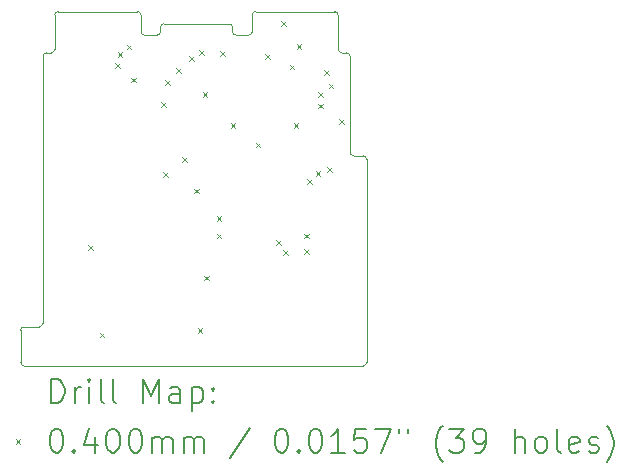
<source format=gbr>
%TF.GenerationSoftware,KiCad,Pcbnew,8.0.7-1.fc41*%
%TF.CreationDate,2025-01-19T14:38:01-06:00*%
%TF.ProjectId,Expansion_Card,45787061-6e73-4696-9f6e-5f436172642e,X1*%
%TF.SameCoordinates,Original*%
%TF.FileFunction,Drillmap*%
%TF.FilePolarity,Positive*%
%FSLAX45Y45*%
G04 Gerber Fmt 4.5, Leading zero omitted, Abs format (unit mm)*
G04 Created by KiCad (PCBNEW 8.0.7-1.fc41) date 2025-01-19 14:38:01*
%MOMM*%
%LPD*%
G01*
G04 APERTURE LIST*
%ADD10C,0.050000*%
%ADD11C,0.200000*%
%ADD12C,0.100000*%
G04 APERTURE END LIST*
D10*
X15300000Y-13080000D02*
X15300000Y-13890000D01*
X12541213Y-15700000D02*
X15270000Y-15700000D01*
X14470000Y-12870000D02*
G75*
G02*
X14440000Y-12900000I-30000J0D01*
G01*
X13500000Y-12700000D02*
G75*
G02*
X13530000Y-12730000I0J-30000D01*
G01*
X14470000Y-12870000D02*
X14470000Y-12730000D01*
X14470000Y-12730000D02*
G75*
G02*
X14500000Y-12700000I30000J0D01*
G01*
X13500000Y-12700000D02*
X12830000Y-12700000D01*
X14500000Y-12700000D02*
X15170000Y-12700000D01*
X12541213Y-15700000D02*
G75*
G02*
X12511210Y-15670000I-3J30000D01*
G01*
X14430000Y-12900000D02*
X14440000Y-12900000D01*
X12800000Y-12730000D02*
G75*
G02*
X12830000Y-12700000I30000J0D01*
G01*
X12800000Y-13020000D02*
X12800000Y-12730000D01*
X12800000Y-13020000D02*
G75*
G02*
X12770000Y-13050000I-30000J0D01*
G01*
X12700000Y-13080000D02*
G75*
G02*
X12730000Y-13050000I30000J0D01*
G01*
X12730000Y-13050000D02*
X12770000Y-13050000D01*
X15200000Y-13020000D02*
X15200000Y-12730000D01*
X15270000Y-13050000D02*
G75*
G02*
X15300000Y-13080000I0J-30000D01*
G01*
X15230000Y-13050000D02*
G75*
G02*
X15200000Y-13020000I0J30000D01*
G01*
X15230000Y-13050000D02*
X15270000Y-13050000D01*
X13560000Y-12900000D02*
G75*
G02*
X13530000Y-12870000I0J30000D01*
G01*
X15410000Y-13920000D02*
X15330000Y-13920000D01*
X15410000Y-13920000D02*
G75*
G02*
X15440000Y-13950000I0J-30000D01*
G01*
X12700000Y-13080000D02*
X12700000Y-15340000D01*
X13560000Y-12900000D02*
X13570000Y-12900000D01*
X12541213Y-15370000D02*
X12670000Y-15370000D01*
X15170000Y-12700000D02*
G75*
G02*
X15200000Y-12730000I0J-30000D01*
G01*
X15440000Y-15670000D02*
G75*
G02*
X15410000Y-15700000I-30000J0D01*
G01*
X12511213Y-15400000D02*
G75*
G02*
X12541213Y-15370003I29997J0D01*
G01*
X13530000Y-12870000D02*
X13530000Y-12730000D01*
X15270000Y-15700000D02*
X15410000Y-15700000D01*
X15330000Y-13920000D02*
G75*
G02*
X15300000Y-13890000I0J30000D01*
G01*
X15440000Y-15670000D02*
X15440000Y-13950000D01*
X12511213Y-15670000D02*
X12511213Y-15400000D01*
X12700000Y-15340000D02*
G75*
G02*
X12670000Y-15370000I-30000J0D01*
G01*
X13665000Y-12900000D02*
X13570000Y-12900000D01*
X13695000Y-12834000D02*
X13695000Y-12870000D01*
X13725000Y-12804000D02*
X14275000Y-12804000D01*
X14305000Y-12834000D02*
X14305000Y-12870000D01*
X14335000Y-12900000D02*
X14430000Y-12900000D01*
X13695000Y-12834000D02*
G75*
G02*
X13725000Y-12804000I30000J0D01*
G01*
X13695000Y-12870000D02*
G75*
G02*
X13665000Y-12900000I-30000J0D01*
G01*
X14275000Y-12804000D02*
G75*
G02*
X14305000Y-12834000I0J-30000D01*
G01*
X14335000Y-12900000D02*
G75*
G02*
X14305000Y-12870000I0J30000D01*
G01*
D11*
D12*
X13080000Y-14680000D02*
X13120000Y-14720000D01*
X13120000Y-14680000D02*
X13080000Y-14720000D01*
X13180000Y-15420000D02*
X13220000Y-15460000D01*
X13220000Y-15420000D02*
X13180000Y-15460000D01*
X13310000Y-13140000D02*
X13350000Y-13180000D01*
X13350000Y-13140000D02*
X13310000Y-13180000D01*
X13331875Y-13042422D02*
X13371875Y-13082422D01*
X13371875Y-13042422D02*
X13331875Y-13082422D01*
X13410000Y-12980000D02*
X13450000Y-13020000D01*
X13450000Y-12980000D02*
X13410000Y-13020000D01*
X13450000Y-13260000D02*
X13490000Y-13300000D01*
X13490000Y-13260000D02*
X13450000Y-13300000D01*
X13700000Y-13470000D02*
X13740000Y-13510000D01*
X13740000Y-13470000D02*
X13700000Y-13510000D01*
X13720000Y-14060000D02*
X13760000Y-14100000D01*
X13760000Y-14060000D02*
X13720000Y-14100000D01*
X13733251Y-13278880D02*
X13773251Y-13318880D01*
X13773251Y-13278880D02*
X13733251Y-13318880D01*
X13827249Y-13181620D02*
X13867249Y-13221620D01*
X13867249Y-13181620D02*
X13827249Y-13221620D01*
X13880000Y-13930000D02*
X13920000Y-13970000D01*
X13920000Y-13930000D02*
X13880000Y-13970000D01*
X13940000Y-13080000D02*
X13980000Y-13120000D01*
X13980000Y-13080000D02*
X13940000Y-13120000D01*
X13979863Y-14199863D02*
X14019863Y-14239863D01*
X14019863Y-14199863D02*
X13979863Y-14239863D01*
X14010000Y-15380000D02*
X14050000Y-15420000D01*
X14050000Y-15380000D02*
X14010000Y-15420000D01*
X14025776Y-13028595D02*
X14065776Y-13068595D01*
X14065776Y-13028595D02*
X14025776Y-13068595D01*
X14051854Y-13384714D02*
X14091854Y-13424714D01*
X14091854Y-13384714D02*
X14051854Y-13424714D01*
X14067185Y-14937185D02*
X14107185Y-14977185D01*
X14107185Y-14937185D02*
X14067185Y-14977185D01*
X14170000Y-14430000D02*
X14210000Y-14470000D01*
X14210000Y-14430000D02*
X14170000Y-14470000D01*
X14170000Y-14580000D02*
X14210000Y-14620000D01*
X14210000Y-14580000D02*
X14170000Y-14620000D01*
X14200000Y-13037620D02*
X14240000Y-13077620D01*
X14240000Y-13037620D02*
X14200000Y-13077620D01*
X14288809Y-13646820D02*
X14328809Y-13686820D01*
X14328809Y-13646820D02*
X14288809Y-13686820D01*
X14500000Y-13810000D02*
X14540000Y-13850000D01*
X14540000Y-13810000D02*
X14500000Y-13850000D01*
X14580000Y-13060000D02*
X14620000Y-13100000D01*
X14620000Y-13060000D02*
X14580000Y-13100000D01*
X14677328Y-14637328D02*
X14717328Y-14677328D01*
X14717328Y-14637328D02*
X14677328Y-14677328D01*
X14720000Y-12780000D02*
X14760000Y-12820000D01*
X14760000Y-12780000D02*
X14720000Y-12820000D01*
X14731061Y-14721665D02*
X14771061Y-14761665D01*
X14771061Y-14721665D02*
X14731061Y-14761665D01*
X14790000Y-13150000D02*
X14830000Y-13190000D01*
X14830000Y-13150000D02*
X14790000Y-13190000D01*
X14823747Y-13646820D02*
X14863747Y-13686820D01*
X14863747Y-13646820D02*
X14823747Y-13686820D01*
X14847334Y-12974921D02*
X14887334Y-13014921D01*
X14887334Y-12974921D02*
X14847334Y-13014921D01*
X14910000Y-14710000D02*
X14950000Y-14750000D01*
X14950000Y-14710000D02*
X14910000Y-14750000D01*
X14911000Y-14580714D02*
X14951000Y-14620714D01*
X14951000Y-14580714D02*
X14911000Y-14620714D01*
X14937815Y-14122185D02*
X14977815Y-14162185D01*
X14977815Y-14122185D02*
X14937815Y-14162185D01*
X15010000Y-14050000D02*
X15050000Y-14090000D01*
X15050000Y-14050000D02*
X15010000Y-14090000D01*
X15030000Y-13380000D02*
X15070000Y-13420000D01*
X15070000Y-13380000D02*
X15030000Y-13420000D01*
X15030000Y-13480000D02*
X15070000Y-13520000D01*
X15070000Y-13480000D02*
X15030000Y-13520000D01*
X15084096Y-13199428D02*
X15124096Y-13239428D01*
X15124096Y-13199428D02*
X15084096Y-13239428D01*
X15104868Y-14018377D02*
X15144868Y-14058377D01*
X15144868Y-14018377D02*
X15104868Y-14058377D01*
X15120000Y-13310000D02*
X15160000Y-13350000D01*
X15160000Y-13310000D02*
X15120000Y-13350000D01*
X15210000Y-13610000D02*
X15250000Y-13650000D01*
X15250000Y-13610000D02*
X15210000Y-13650000D01*
D11*
X12769490Y-16013984D02*
X12769490Y-15813984D01*
X12769490Y-15813984D02*
X12817109Y-15813984D01*
X12817109Y-15813984D02*
X12845680Y-15823508D01*
X12845680Y-15823508D02*
X12864728Y-15842555D01*
X12864728Y-15842555D02*
X12874252Y-15861603D01*
X12874252Y-15861603D02*
X12883776Y-15899698D01*
X12883776Y-15899698D02*
X12883776Y-15928269D01*
X12883776Y-15928269D02*
X12874252Y-15966365D01*
X12874252Y-15966365D02*
X12864728Y-15985412D01*
X12864728Y-15985412D02*
X12845680Y-16004460D01*
X12845680Y-16004460D02*
X12817109Y-16013984D01*
X12817109Y-16013984D02*
X12769490Y-16013984D01*
X12969490Y-16013984D02*
X12969490Y-15880650D01*
X12969490Y-15918746D02*
X12979014Y-15899698D01*
X12979014Y-15899698D02*
X12988538Y-15890174D01*
X12988538Y-15890174D02*
X13007585Y-15880650D01*
X13007585Y-15880650D02*
X13026633Y-15880650D01*
X13093299Y-16013984D02*
X13093299Y-15880650D01*
X13093299Y-15813984D02*
X13083776Y-15823508D01*
X13083776Y-15823508D02*
X13093299Y-15833031D01*
X13093299Y-15833031D02*
X13102823Y-15823508D01*
X13102823Y-15823508D02*
X13093299Y-15813984D01*
X13093299Y-15813984D02*
X13093299Y-15833031D01*
X13217109Y-16013984D02*
X13198061Y-16004460D01*
X13198061Y-16004460D02*
X13188538Y-15985412D01*
X13188538Y-15985412D02*
X13188538Y-15813984D01*
X13321871Y-16013984D02*
X13302823Y-16004460D01*
X13302823Y-16004460D02*
X13293299Y-15985412D01*
X13293299Y-15985412D02*
X13293299Y-15813984D01*
X13550442Y-16013984D02*
X13550442Y-15813984D01*
X13550442Y-15813984D02*
X13617109Y-15956841D01*
X13617109Y-15956841D02*
X13683776Y-15813984D01*
X13683776Y-15813984D02*
X13683776Y-16013984D01*
X13864728Y-16013984D02*
X13864728Y-15909222D01*
X13864728Y-15909222D02*
X13855204Y-15890174D01*
X13855204Y-15890174D02*
X13836157Y-15880650D01*
X13836157Y-15880650D02*
X13798061Y-15880650D01*
X13798061Y-15880650D02*
X13779014Y-15890174D01*
X13864728Y-16004460D02*
X13845680Y-16013984D01*
X13845680Y-16013984D02*
X13798061Y-16013984D01*
X13798061Y-16013984D02*
X13779014Y-16004460D01*
X13779014Y-16004460D02*
X13769490Y-15985412D01*
X13769490Y-15985412D02*
X13769490Y-15966365D01*
X13769490Y-15966365D02*
X13779014Y-15947317D01*
X13779014Y-15947317D02*
X13798061Y-15937793D01*
X13798061Y-15937793D02*
X13845680Y-15937793D01*
X13845680Y-15937793D02*
X13864728Y-15928269D01*
X13959966Y-15880650D02*
X13959966Y-16080650D01*
X13959966Y-15890174D02*
X13979014Y-15880650D01*
X13979014Y-15880650D02*
X14017109Y-15880650D01*
X14017109Y-15880650D02*
X14036157Y-15890174D01*
X14036157Y-15890174D02*
X14045680Y-15899698D01*
X14045680Y-15899698D02*
X14055204Y-15918746D01*
X14055204Y-15918746D02*
X14055204Y-15975888D01*
X14055204Y-15975888D02*
X14045680Y-15994936D01*
X14045680Y-15994936D02*
X14036157Y-16004460D01*
X14036157Y-16004460D02*
X14017109Y-16013984D01*
X14017109Y-16013984D02*
X13979014Y-16013984D01*
X13979014Y-16013984D02*
X13959966Y-16004460D01*
X14140919Y-15994936D02*
X14150442Y-16004460D01*
X14150442Y-16004460D02*
X14140919Y-16013984D01*
X14140919Y-16013984D02*
X14131395Y-16004460D01*
X14131395Y-16004460D02*
X14140919Y-15994936D01*
X14140919Y-15994936D02*
X14140919Y-16013984D01*
X14140919Y-15890174D02*
X14150442Y-15899698D01*
X14150442Y-15899698D02*
X14140919Y-15909222D01*
X14140919Y-15909222D02*
X14131395Y-15899698D01*
X14131395Y-15899698D02*
X14140919Y-15890174D01*
X14140919Y-15890174D02*
X14140919Y-15909222D01*
D12*
X12468713Y-16322500D02*
X12508713Y-16362500D01*
X12508713Y-16322500D02*
X12468713Y-16362500D01*
D11*
X12807585Y-16233984D02*
X12826633Y-16233984D01*
X12826633Y-16233984D02*
X12845680Y-16243508D01*
X12845680Y-16243508D02*
X12855204Y-16253031D01*
X12855204Y-16253031D02*
X12864728Y-16272079D01*
X12864728Y-16272079D02*
X12874252Y-16310174D01*
X12874252Y-16310174D02*
X12874252Y-16357793D01*
X12874252Y-16357793D02*
X12864728Y-16395888D01*
X12864728Y-16395888D02*
X12855204Y-16414936D01*
X12855204Y-16414936D02*
X12845680Y-16424460D01*
X12845680Y-16424460D02*
X12826633Y-16433984D01*
X12826633Y-16433984D02*
X12807585Y-16433984D01*
X12807585Y-16433984D02*
X12788538Y-16424460D01*
X12788538Y-16424460D02*
X12779014Y-16414936D01*
X12779014Y-16414936D02*
X12769490Y-16395888D01*
X12769490Y-16395888D02*
X12759966Y-16357793D01*
X12759966Y-16357793D02*
X12759966Y-16310174D01*
X12759966Y-16310174D02*
X12769490Y-16272079D01*
X12769490Y-16272079D02*
X12779014Y-16253031D01*
X12779014Y-16253031D02*
X12788538Y-16243508D01*
X12788538Y-16243508D02*
X12807585Y-16233984D01*
X12959966Y-16414936D02*
X12969490Y-16424460D01*
X12969490Y-16424460D02*
X12959966Y-16433984D01*
X12959966Y-16433984D02*
X12950442Y-16424460D01*
X12950442Y-16424460D02*
X12959966Y-16414936D01*
X12959966Y-16414936D02*
X12959966Y-16433984D01*
X13140919Y-16300650D02*
X13140919Y-16433984D01*
X13093299Y-16224460D02*
X13045680Y-16367317D01*
X13045680Y-16367317D02*
X13169490Y-16367317D01*
X13283776Y-16233984D02*
X13302823Y-16233984D01*
X13302823Y-16233984D02*
X13321871Y-16243508D01*
X13321871Y-16243508D02*
X13331395Y-16253031D01*
X13331395Y-16253031D02*
X13340919Y-16272079D01*
X13340919Y-16272079D02*
X13350442Y-16310174D01*
X13350442Y-16310174D02*
X13350442Y-16357793D01*
X13350442Y-16357793D02*
X13340919Y-16395888D01*
X13340919Y-16395888D02*
X13331395Y-16414936D01*
X13331395Y-16414936D02*
X13321871Y-16424460D01*
X13321871Y-16424460D02*
X13302823Y-16433984D01*
X13302823Y-16433984D02*
X13283776Y-16433984D01*
X13283776Y-16433984D02*
X13264728Y-16424460D01*
X13264728Y-16424460D02*
X13255204Y-16414936D01*
X13255204Y-16414936D02*
X13245680Y-16395888D01*
X13245680Y-16395888D02*
X13236157Y-16357793D01*
X13236157Y-16357793D02*
X13236157Y-16310174D01*
X13236157Y-16310174D02*
X13245680Y-16272079D01*
X13245680Y-16272079D02*
X13255204Y-16253031D01*
X13255204Y-16253031D02*
X13264728Y-16243508D01*
X13264728Y-16243508D02*
X13283776Y-16233984D01*
X13474252Y-16233984D02*
X13493300Y-16233984D01*
X13493300Y-16233984D02*
X13512347Y-16243508D01*
X13512347Y-16243508D02*
X13521871Y-16253031D01*
X13521871Y-16253031D02*
X13531395Y-16272079D01*
X13531395Y-16272079D02*
X13540919Y-16310174D01*
X13540919Y-16310174D02*
X13540919Y-16357793D01*
X13540919Y-16357793D02*
X13531395Y-16395888D01*
X13531395Y-16395888D02*
X13521871Y-16414936D01*
X13521871Y-16414936D02*
X13512347Y-16424460D01*
X13512347Y-16424460D02*
X13493300Y-16433984D01*
X13493300Y-16433984D02*
X13474252Y-16433984D01*
X13474252Y-16433984D02*
X13455204Y-16424460D01*
X13455204Y-16424460D02*
X13445680Y-16414936D01*
X13445680Y-16414936D02*
X13436157Y-16395888D01*
X13436157Y-16395888D02*
X13426633Y-16357793D01*
X13426633Y-16357793D02*
X13426633Y-16310174D01*
X13426633Y-16310174D02*
X13436157Y-16272079D01*
X13436157Y-16272079D02*
X13445680Y-16253031D01*
X13445680Y-16253031D02*
X13455204Y-16243508D01*
X13455204Y-16243508D02*
X13474252Y-16233984D01*
X13626633Y-16433984D02*
X13626633Y-16300650D01*
X13626633Y-16319698D02*
X13636157Y-16310174D01*
X13636157Y-16310174D02*
X13655204Y-16300650D01*
X13655204Y-16300650D02*
X13683776Y-16300650D01*
X13683776Y-16300650D02*
X13702823Y-16310174D01*
X13702823Y-16310174D02*
X13712347Y-16329222D01*
X13712347Y-16329222D02*
X13712347Y-16433984D01*
X13712347Y-16329222D02*
X13721871Y-16310174D01*
X13721871Y-16310174D02*
X13740919Y-16300650D01*
X13740919Y-16300650D02*
X13769490Y-16300650D01*
X13769490Y-16300650D02*
X13788538Y-16310174D01*
X13788538Y-16310174D02*
X13798061Y-16329222D01*
X13798061Y-16329222D02*
X13798061Y-16433984D01*
X13893300Y-16433984D02*
X13893300Y-16300650D01*
X13893300Y-16319698D02*
X13902823Y-16310174D01*
X13902823Y-16310174D02*
X13921871Y-16300650D01*
X13921871Y-16300650D02*
X13950442Y-16300650D01*
X13950442Y-16300650D02*
X13969490Y-16310174D01*
X13969490Y-16310174D02*
X13979014Y-16329222D01*
X13979014Y-16329222D02*
X13979014Y-16433984D01*
X13979014Y-16329222D02*
X13988538Y-16310174D01*
X13988538Y-16310174D02*
X14007585Y-16300650D01*
X14007585Y-16300650D02*
X14036157Y-16300650D01*
X14036157Y-16300650D02*
X14055204Y-16310174D01*
X14055204Y-16310174D02*
X14064728Y-16329222D01*
X14064728Y-16329222D02*
X14064728Y-16433984D01*
X14455204Y-16224460D02*
X14283776Y-16481603D01*
X14712347Y-16233984D02*
X14731395Y-16233984D01*
X14731395Y-16233984D02*
X14750443Y-16243508D01*
X14750443Y-16243508D02*
X14759966Y-16253031D01*
X14759966Y-16253031D02*
X14769490Y-16272079D01*
X14769490Y-16272079D02*
X14779014Y-16310174D01*
X14779014Y-16310174D02*
X14779014Y-16357793D01*
X14779014Y-16357793D02*
X14769490Y-16395888D01*
X14769490Y-16395888D02*
X14759966Y-16414936D01*
X14759966Y-16414936D02*
X14750443Y-16424460D01*
X14750443Y-16424460D02*
X14731395Y-16433984D01*
X14731395Y-16433984D02*
X14712347Y-16433984D01*
X14712347Y-16433984D02*
X14693300Y-16424460D01*
X14693300Y-16424460D02*
X14683776Y-16414936D01*
X14683776Y-16414936D02*
X14674252Y-16395888D01*
X14674252Y-16395888D02*
X14664728Y-16357793D01*
X14664728Y-16357793D02*
X14664728Y-16310174D01*
X14664728Y-16310174D02*
X14674252Y-16272079D01*
X14674252Y-16272079D02*
X14683776Y-16253031D01*
X14683776Y-16253031D02*
X14693300Y-16243508D01*
X14693300Y-16243508D02*
X14712347Y-16233984D01*
X14864728Y-16414936D02*
X14874252Y-16424460D01*
X14874252Y-16424460D02*
X14864728Y-16433984D01*
X14864728Y-16433984D02*
X14855204Y-16424460D01*
X14855204Y-16424460D02*
X14864728Y-16414936D01*
X14864728Y-16414936D02*
X14864728Y-16433984D01*
X14998062Y-16233984D02*
X15017109Y-16233984D01*
X15017109Y-16233984D02*
X15036157Y-16243508D01*
X15036157Y-16243508D02*
X15045681Y-16253031D01*
X15045681Y-16253031D02*
X15055204Y-16272079D01*
X15055204Y-16272079D02*
X15064728Y-16310174D01*
X15064728Y-16310174D02*
X15064728Y-16357793D01*
X15064728Y-16357793D02*
X15055204Y-16395888D01*
X15055204Y-16395888D02*
X15045681Y-16414936D01*
X15045681Y-16414936D02*
X15036157Y-16424460D01*
X15036157Y-16424460D02*
X15017109Y-16433984D01*
X15017109Y-16433984D02*
X14998062Y-16433984D01*
X14998062Y-16433984D02*
X14979014Y-16424460D01*
X14979014Y-16424460D02*
X14969490Y-16414936D01*
X14969490Y-16414936D02*
X14959966Y-16395888D01*
X14959966Y-16395888D02*
X14950443Y-16357793D01*
X14950443Y-16357793D02*
X14950443Y-16310174D01*
X14950443Y-16310174D02*
X14959966Y-16272079D01*
X14959966Y-16272079D02*
X14969490Y-16253031D01*
X14969490Y-16253031D02*
X14979014Y-16243508D01*
X14979014Y-16243508D02*
X14998062Y-16233984D01*
X15255204Y-16433984D02*
X15140919Y-16433984D01*
X15198062Y-16433984D02*
X15198062Y-16233984D01*
X15198062Y-16233984D02*
X15179014Y-16262555D01*
X15179014Y-16262555D02*
X15159966Y-16281603D01*
X15159966Y-16281603D02*
X15140919Y-16291127D01*
X15436157Y-16233984D02*
X15340919Y-16233984D01*
X15340919Y-16233984D02*
X15331395Y-16329222D01*
X15331395Y-16329222D02*
X15340919Y-16319698D01*
X15340919Y-16319698D02*
X15359966Y-16310174D01*
X15359966Y-16310174D02*
X15407585Y-16310174D01*
X15407585Y-16310174D02*
X15426633Y-16319698D01*
X15426633Y-16319698D02*
X15436157Y-16329222D01*
X15436157Y-16329222D02*
X15445681Y-16348269D01*
X15445681Y-16348269D02*
X15445681Y-16395888D01*
X15445681Y-16395888D02*
X15436157Y-16414936D01*
X15436157Y-16414936D02*
X15426633Y-16424460D01*
X15426633Y-16424460D02*
X15407585Y-16433984D01*
X15407585Y-16433984D02*
X15359966Y-16433984D01*
X15359966Y-16433984D02*
X15340919Y-16424460D01*
X15340919Y-16424460D02*
X15331395Y-16414936D01*
X15512347Y-16233984D02*
X15645681Y-16233984D01*
X15645681Y-16233984D02*
X15559966Y-16433984D01*
X15712347Y-16233984D02*
X15712347Y-16272079D01*
X15788538Y-16233984D02*
X15788538Y-16272079D01*
X16083776Y-16510174D02*
X16074252Y-16500650D01*
X16074252Y-16500650D02*
X16055205Y-16472079D01*
X16055205Y-16472079D02*
X16045681Y-16453031D01*
X16045681Y-16453031D02*
X16036157Y-16424460D01*
X16036157Y-16424460D02*
X16026633Y-16376841D01*
X16026633Y-16376841D02*
X16026633Y-16338746D01*
X16026633Y-16338746D02*
X16036157Y-16291127D01*
X16036157Y-16291127D02*
X16045681Y-16262555D01*
X16045681Y-16262555D02*
X16055205Y-16243508D01*
X16055205Y-16243508D02*
X16074252Y-16214936D01*
X16074252Y-16214936D02*
X16083776Y-16205412D01*
X16140919Y-16233984D02*
X16264728Y-16233984D01*
X16264728Y-16233984D02*
X16198062Y-16310174D01*
X16198062Y-16310174D02*
X16226633Y-16310174D01*
X16226633Y-16310174D02*
X16245681Y-16319698D01*
X16245681Y-16319698D02*
X16255205Y-16329222D01*
X16255205Y-16329222D02*
X16264728Y-16348269D01*
X16264728Y-16348269D02*
X16264728Y-16395888D01*
X16264728Y-16395888D02*
X16255205Y-16414936D01*
X16255205Y-16414936D02*
X16245681Y-16424460D01*
X16245681Y-16424460D02*
X16226633Y-16433984D01*
X16226633Y-16433984D02*
X16169490Y-16433984D01*
X16169490Y-16433984D02*
X16150443Y-16424460D01*
X16150443Y-16424460D02*
X16140919Y-16414936D01*
X16359966Y-16433984D02*
X16398062Y-16433984D01*
X16398062Y-16433984D02*
X16417109Y-16424460D01*
X16417109Y-16424460D02*
X16426633Y-16414936D01*
X16426633Y-16414936D02*
X16445681Y-16386365D01*
X16445681Y-16386365D02*
X16455205Y-16348269D01*
X16455205Y-16348269D02*
X16455205Y-16272079D01*
X16455205Y-16272079D02*
X16445681Y-16253031D01*
X16445681Y-16253031D02*
X16436157Y-16243508D01*
X16436157Y-16243508D02*
X16417109Y-16233984D01*
X16417109Y-16233984D02*
X16379014Y-16233984D01*
X16379014Y-16233984D02*
X16359966Y-16243508D01*
X16359966Y-16243508D02*
X16350443Y-16253031D01*
X16350443Y-16253031D02*
X16340919Y-16272079D01*
X16340919Y-16272079D02*
X16340919Y-16319698D01*
X16340919Y-16319698D02*
X16350443Y-16338746D01*
X16350443Y-16338746D02*
X16359966Y-16348269D01*
X16359966Y-16348269D02*
X16379014Y-16357793D01*
X16379014Y-16357793D02*
X16417109Y-16357793D01*
X16417109Y-16357793D02*
X16436157Y-16348269D01*
X16436157Y-16348269D02*
X16445681Y-16338746D01*
X16445681Y-16338746D02*
X16455205Y-16319698D01*
X16693300Y-16433984D02*
X16693300Y-16233984D01*
X16779014Y-16433984D02*
X16779014Y-16329222D01*
X16779014Y-16329222D02*
X16769490Y-16310174D01*
X16769490Y-16310174D02*
X16750443Y-16300650D01*
X16750443Y-16300650D02*
X16721871Y-16300650D01*
X16721871Y-16300650D02*
X16702824Y-16310174D01*
X16702824Y-16310174D02*
X16693300Y-16319698D01*
X16902824Y-16433984D02*
X16883776Y-16424460D01*
X16883776Y-16424460D02*
X16874252Y-16414936D01*
X16874252Y-16414936D02*
X16864729Y-16395888D01*
X16864729Y-16395888D02*
X16864729Y-16338746D01*
X16864729Y-16338746D02*
X16874252Y-16319698D01*
X16874252Y-16319698D02*
X16883776Y-16310174D01*
X16883776Y-16310174D02*
X16902824Y-16300650D01*
X16902824Y-16300650D02*
X16931395Y-16300650D01*
X16931395Y-16300650D02*
X16950443Y-16310174D01*
X16950443Y-16310174D02*
X16959967Y-16319698D01*
X16959967Y-16319698D02*
X16969490Y-16338746D01*
X16969490Y-16338746D02*
X16969490Y-16395888D01*
X16969490Y-16395888D02*
X16959967Y-16414936D01*
X16959967Y-16414936D02*
X16950443Y-16424460D01*
X16950443Y-16424460D02*
X16931395Y-16433984D01*
X16931395Y-16433984D02*
X16902824Y-16433984D01*
X17083776Y-16433984D02*
X17064729Y-16424460D01*
X17064729Y-16424460D02*
X17055205Y-16405412D01*
X17055205Y-16405412D02*
X17055205Y-16233984D01*
X17236157Y-16424460D02*
X17217110Y-16433984D01*
X17217110Y-16433984D02*
X17179014Y-16433984D01*
X17179014Y-16433984D02*
X17159967Y-16424460D01*
X17159967Y-16424460D02*
X17150443Y-16405412D01*
X17150443Y-16405412D02*
X17150443Y-16329222D01*
X17150443Y-16329222D02*
X17159967Y-16310174D01*
X17159967Y-16310174D02*
X17179014Y-16300650D01*
X17179014Y-16300650D02*
X17217110Y-16300650D01*
X17217110Y-16300650D02*
X17236157Y-16310174D01*
X17236157Y-16310174D02*
X17245681Y-16329222D01*
X17245681Y-16329222D02*
X17245681Y-16348269D01*
X17245681Y-16348269D02*
X17150443Y-16367317D01*
X17321871Y-16424460D02*
X17340919Y-16433984D01*
X17340919Y-16433984D02*
X17379014Y-16433984D01*
X17379014Y-16433984D02*
X17398062Y-16424460D01*
X17398062Y-16424460D02*
X17407586Y-16405412D01*
X17407586Y-16405412D02*
X17407586Y-16395888D01*
X17407586Y-16395888D02*
X17398062Y-16376841D01*
X17398062Y-16376841D02*
X17379014Y-16367317D01*
X17379014Y-16367317D02*
X17350443Y-16367317D01*
X17350443Y-16367317D02*
X17331395Y-16357793D01*
X17331395Y-16357793D02*
X17321871Y-16338746D01*
X17321871Y-16338746D02*
X17321871Y-16329222D01*
X17321871Y-16329222D02*
X17331395Y-16310174D01*
X17331395Y-16310174D02*
X17350443Y-16300650D01*
X17350443Y-16300650D02*
X17379014Y-16300650D01*
X17379014Y-16300650D02*
X17398062Y-16310174D01*
X17474252Y-16510174D02*
X17483776Y-16500650D01*
X17483776Y-16500650D02*
X17502824Y-16472079D01*
X17502824Y-16472079D02*
X17512348Y-16453031D01*
X17512348Y-16453031D02*
X17521871Y-16424460D01*
X17521871Y-16424460D02*
X17531395Y-16376841D01*
X17531395Y-16376841D02*
X17531395Y-16338746D01*
X17531395Y-16338746D02*
X17521871Y-16291127D01*
X17521871Y-16291127D02*
X17512348Y-16262555D01*
X17512348Y-16262555D02*
X17502824Y-16243508D01*
X17502824Y-16243508D02*
X17483776Y-16214936D01*
X17483776Y-16214936D02*
X17474252Y-16205412D01*
M02*

</source>
